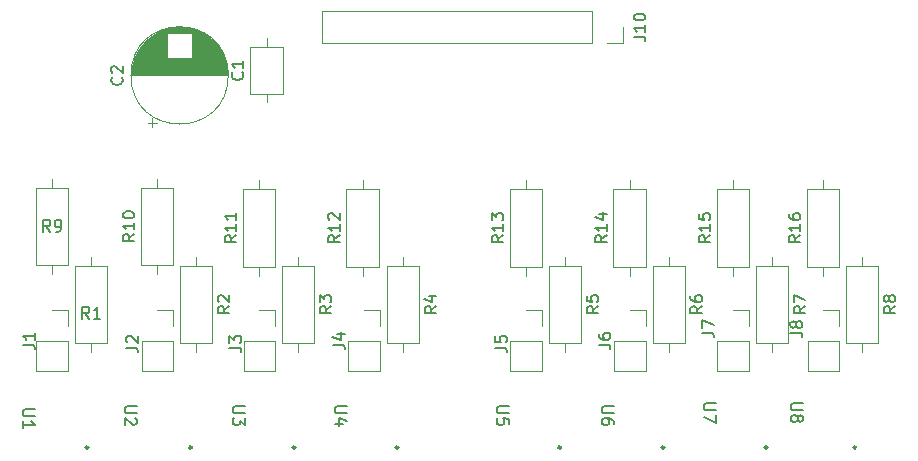
<source format=gbr>
%TF.GenerationSoftware,KiCad,Pcbnew,6.0.7-f9a2dced07~116~ubuntu20.04.1*%
%TF.CreationDate,2022-07-29T11:58:25-04:00*%
%TF.ProjectId,sensor_gnuiiium,73656e73-6f72-45f6-976e-75696969756d,rev?*%
%TF.SameCoordinates,Original*%
%TF.FileFunction,Legend,Top*%
%TF.FilePolarity,Positive*%
%FSLAX46Y46*%
G04 Gerber Fmt 4.6, Leading zero omitted, Abs format (unit mm)*
G04 Created by KiCad (PCBNEW 6.0.7-f9a2dced07~116~ubuntu20.04.1) date 2022-07-29 11:58:25*
%MOMM*%
%LPD*%
G01*
G04 APERTURE LIST*
%ADD10C,0.150000*%
%ADD11C,0.120000*%
%ADD12C,0.218750*%
G04 APERTURE END LIST*
D10*
%TO.C,R3*%
X168684380Y-106846666D02*
X168208190Y-107180000D01*
X168684380Y-107418095D02*
X167684380Y-107418095D01*
X167684380Y-107037142D01*
X167732000Y-106941904D01*
X167779619Y-106894285D01*
X167874857Y-106846666D01*
X168017714Y-106846666D01*
X168112952Y-106894285D01*
X168160571Y-106941904D01*
X168208190Y-107037142D01*
X168208190Y-107418095D01*
X167684380Y-106513333D02*
X167684380Y-105894285D01*
X168065333Y-106227619D01*
X168065333Y-106084761D01*
X168112952Y-105989523D01*
X168160571Y-105941904D01*
X168255809Y-105894285D01*
X168493904Y-105894285D01*
X168589142Y-105941904D01*
X168636761Y-105989523D01*
X168684380Y-106084761D01*
X168684380Y-106370476D01*
X168636761Y-106465714D01*
X168589142Y-106513333D01*
%TO.C,R10*%
X152006380Y-100718857D02*
X151530190Y-101052190D01*
X152006380Y-101290285D02*
X151006380Y-101290285D01*
X151006380Y-100909333D01*
X151054000Y-100814095D01*
X151101619Y-100766476D01*
X151196857Y-100718857D01*
X151339714Y-100718857D01*
X151434952Y-100766476D01*
X151482571Y-100814095D01*
X151530190Y-100909333D01*
X151530190Y-101290285D01*
X152006380Y-99766476D02*
X152006380Y-100337904D01*
X152006380Y-100052190D02*
X151006380Y-100052190D01*
X151149238Y-100147428D01*
X151244476Y-100242666D01*
X151292095Y-100337904D01*
X151006380Y-99147428D02*
X151006380Y-99052190D01*
X151054000Y-98956952D01*
X151101619Y-98909333D01*
X151196857Y-98861714D01*
X151387333Y-98814095D01*
X151625428Y-98814095D01*
X151815904Y-98861714D01*
X151911142Y-98909333D01*
X151958761Y-98956952D01*
X152006380Y-99052190D01*
X152006380Y-99147428D01*
X151958761Y-99242666D01*
X151911142Y-99290285D01*
X151815904Y-99337904D01*
X151625428Y-99385523D01*
X151387333Y-99385523D01*
X151196857Y-99337904D01*
X151101619Y-99290285D01*
X151054000Y-99242666D01*
X151006380Y-99147428D01*
%TO.C,C1*%
X161132142Y-87034666D02*
X161179761Y-87082285D01*
X161227380Y-87225142D01*
X161227380Y-87320380D01*
X161179761Y-87463238D01*
X161084523Y-87558476D01*
X160989285Y-87606095D01*
X160798809Y-87653714D01*
X160655952Y-87653714D01*
X160465476Y-87606095D01*
X160370238Y-87558476D01*
X160275000Y-87463238D01*
X160227380Y-87320380D01*
X160227380Y-87225142D01*
X160275000Y-87082285D01*
X160322619Y-87034666D01*
X161227380Y-86082285D02*
X161227380Y-86653714D01*
X161227380Y-86368000D02*
X160227380Y-86368000D01*
X160370238Y-86463238D01*
X160465476Y-86558476D01*
X160513095Y-86653714D01*
%TO.C,U8*%
X208573619Y-115062095D02*
X207764095Y-115062095D01*
X207668857Y-115109714D01*
X207621238Y-115157333D01*
X207573619Y-115252571D01*
X207573619Y-115443047D01*
X207621238Y-115538285D01*
X207668857Y-115585904D01*
X207764095Y-115633523D01*
X208573619Y-115633523D01*
X208145047Y-116252571D02*
X208192666Y-116157333D01*
X208240285Y-116109714D01*
X208335523Y-116062095D01*
X208383142Y-116062095D01*
X208478380Y-116109714D01*
X208526000Y-116157333D01*
X208573619Y-116252571D01*
X208573619Y-116443047D01*
X208526000Y-116538285D01*
X208478380Y-116585904D01*
X208383142Y-116633523D01*
X208335523Y-116633523D01*
X208240285Y-116585904D01*
X208192666Y-116538285D01*
X208145047Y-116443047D01*
X208145047Y-116252571D01*
X208097428Y-116157333D01*
X208049809Y-116109714D01*
X207954571Y-116062095D01*
X207764095Y-116062095D01*
X207668857Y-116109714D01*
X207621238Y-116157333D01*
X207573619Y-116252571D01*
X207573619Y-116443047D01*
X207621238Y-116538285D01*
X207668857Y-116585904D01*
X207764095Y-116633523D01*
X207954571Y-116633523D01*
X208049809Y-116585904D01*
X208097428Y-116538285D01*
X208145047Y-116443047D01*
%TO.C,U6*%
X192571619Y-115316095D02*
X191762095Y-115316095D01*
X191666857Y-115363714D01*
X191619238Y-115411333D01*
X191571619Y-115506571D01*
X191571619Y-115697047D01*
X191619238Y-115792285D01*
X191666857Y-115839904D01*
X191762095Y-115887523D01*
X192571619Y-115887523D01*
X192571619Y-116792285D02*
X192571619Y-116601809D01*
X192524000Y-116506571D01*
X192476380Y-116458952D01*
X192333523Y-116363714D01*
X192143047Y-116316095D01*
X191762095Y-116316095D01*
X191666857Y-116363714D01*
X191619238Y-116411333D01*
X191571619Y-116506571D01*
X191571619Y-116697047D01*
X191619238Y-116792285D01*
X191666857Y-116839904D01*
X191762095Y-116887523D01*
X192000190Y-116887523D01*
X192095428Y-116839904D01*
X192143047Y-116792285D01*
X192190666Y-116697047D01*
X192190666Y-116506571D01*
X192143047Y-116411333D01*
X192095428Y-116363714D01*
X192000190Y-116316095D01*
%TO.C,J5*%
X182551780Y-110333333D02*
X183266066Y-110333333D01*
X183408923Y-110380952D01*
X183504161Y-110476190D01*
X183551780Y-110619047D01*
X183551780Y-110714285D01*
X182551780Y-109380952D02*
X182551780Y-109857142D01*
X183027971Y-109904761D01*
X182980352Y-109857142D01*
X182932733Y-109761904D01*
X182932733Y-109523809D01*
X182980352Y-109428571D01*
X183027971Y-109380952D01*
X183123209Y-109333333D01*
X183361304Y-109333333D01*
X183456542Y-109380952D01*
X183504161Y-109428571D01*
X183551780Y-109523809D01*
X183551780Y-109761904D01*
X183504161Y-109857142D01*
X183456542Y-109904761D01*
%TO.C,R4*%
X177574380Y-106846666D02*
X177098190Y-107180000D01*
X177574380Y-107418095D02*
X176574380Y-107418095D01*
X176574380Y-107037142D01*
X176622000Y-106941904D01*
X176669619Y-106894285D01*
X176764857Y-106846666D01*
X176907714Y-106846666D01*
X177002952Y-106894285D01*
X177050571Y-106941904D01*
X177098190Y-107037142D01*
X177098190Y-107418095D01*
X176907714Y-105989523D02*
X177574380Y-105989523D01*
X176526761Y-106227619D02*
X177241047Y-106465714D01*
X177241047Y-105846666D01*
%TO.C,R1*%
X148169333Y-107894380D02*
X147836000Y-107418190D01*
X147597904Y-107894380D02*
X147597904Y-106894380D01*
X147978857Y-106894380D01*
X148074095Y-106942000D01*
X148121714Y-106989619D01*
X148169333Y-107084857D01*
X148169333Y-107227714D01*
X148121714Y-107322952D01*
X148074095Y-107370571D01*
X147978857Y-107418190D01*
X147597904Y-107418190D01*
X149121714Y-107894380D02*
X148550285Y-107894380D01*
X148836000Y-107894380D02*
X148836000Y-106894380D01*
X148740761Y-107037238D01*
X148645523Y-107132476D01*
X148550285Y-107180095D01*
%TO.C,U7*%
X201207619Y-115062095D02*
X200398095Y-115062095D01*
X200302857Y-115109714D01*
X200255238Y-115157333D01*
X200207619Y-115252571D01*
X200207619Y-115443047D01*
X200255238Y-115538285D01*
X200302857Y-115585904D01*
X200398095Y-115633523D01*
X201207619Y-115633523D01*
X201207619Y-116014476D02*
X201207619Y-116681142D01*
X200207619Y-116252571D01*
%TO.C,U2*%
X152185619Y-115316095D02*
X151376095Y-115316095D01*
X151280857Y-115363714D01*
X151233238Y-115411333D01*
X151185619Y-115506571D01*
X151185619Y-115697047D01*
X151233238Y-115792285D01*
X151280857Y-115839904D01*
X151376095Y-115887523D01*
X152185619Y-115887523D01*
X152090380Y-116316095D02*
X152138000Y-116363714D01*
X152185619Y-116458952D01*
X152185619Y-116697047D01*
X152138000Y-116792285D01*
X152090380Y-116839904D01*
X151995142Y-116887523D01*
X151899904Y-116887523D01*
X151757047Y-116839904D01*
X151185619Y-116268476D01*
X151185619Y-116887523D01*
%TO.C,J4*%
X168801780Y-110081333D02*
X169516066Y-110081333D01*
X169658923Y-110128952D01*
X169754161Y-110224190D01*
X169801780Y-110367047D01*
X169801780Y-110462285D01*
X169135114Y-109176571D02*
X169801780Y-109176571D01*
X168754161Y-109414666D02*
X169468447Y-109652761D01*
X169468447Y-109033714D01*
%TO.C,J1*%
X142551780Y-110081333D02*
X143266066Y-110081333D01*
X143408923Y-110128952D01*
X143504161Y-110224190D01*
X143551780Y-110367047D01*
X143551780Y-110462285D01*
X143551780Y-109081333D02*
X143551780Y-109652761D01*
X143551780Y-109367047D02*
X142551780Y-109367047D01*
X142694638Y-109462285D01*
X142789876Y-109557523D01*
X142837495Y-109652761D01*
%TO.C,R11*%
X160642380Y-100845857D02*
X160166190Y-101179190D01*
X160642380Y-101417285D02*
X159642380Y-101417285D01*
X159642380Y-101036333D01*
X159690000Y-100941095D01*
X159737619Y-100893476D01*
X159832857Y-100845857D01*
X159975714Y-100845857D01*
X160070952Y-100893476D01*
X160118571Y-100941095D01*
X160166190Y-101036333D01*
X160166190Y-101417285D01*
X160642380Y-99893476D02*
X160642380Y-100464904D01*
X160642380Y-100179190D02*
X159642380Y-100179190D01*
X159785238Y-100274428D01*
X159880476Y-100369666D01*
X159928095Y-100464904D01*
X160642380Y-98941095D02*
X160642380Y-99512523D01*
X160642380Y-99226809D02*
X159642380Y-99226809D01*
X159785238Y-99322047D01*
X159880476Y-99417285D01*
X159928095Y-99512523D01*
%TO.C,R12*%
X169405380Y-100845857D02*
X168929190Y-101179190D01*
X169405380Y-101417285D02*
X168405380Y-101417285D01*
X168405380Y-101036333D01*
X168453000Y-100941095D01*
X168500619Y-100893476D01*
X168595857Y-100845857D01*
X168738714Y-100845857D01*
X168833952Y-100893476D01*
X168881571Y-100941095D01*
X168929190Y-101036333D01*
X168929190Y-101417285D01*
X169405380Y-99893476D02*
X169405380Y-100464904D01*
X169405380Y-100179190D02*
X168405380Y-100179190D01*
X168548238Y-100274428D01*
X168643476Y-100369666D01*
X168691095Y-100464904D01*
X168500619Y-99512523D02*
X168453000Y-99464904D01*
X168405380Y-99369666D01*
X168405380Y-99131571D01*
X168453000Y-99036333D01*
X168500619Y-98988714D01*
X168595857Y-98941095D01*
X168691095Y-98941095D01*
X168833952Y-98988714D01*
X169405380Y-99560142D01*
X169405380Y-98941095D01*
%TO.C,J10*%
X194271780Y-84019923D02*
X194986066Y-84019923D01*
X195128923Y-84067542D01*
X195224161Y-84162780D01*
X195271780Y-84305638D01*
X195271780Y-84400876D01*
X195271780Y-83019923D02*
X195271780Y-83591352D01*
X195271780Y-83305638D02*
X194271780Y-83305638D01*
X194414638Y-83400876D01*
X194509876Y-83496114D01*
X194557495Y-83591352D01*
X194271780Y-82400876D02*
X194271780Y-82305638D01*
X194319400Y-82210400D01*
X194367019Y-82162780D01*
X194462257Y-82115161D01*
X194652733Y-82067542D01*
X194890828Y-82067542D01*
X195081304Y-82115161D01*
X195176542Y-82162780D01*
X195224161Y-82210400D01*
X195271780Y-82305638D01*
X195271780Y-82400876D01*
X195224161Y-82496114D01*
X195176542Y-82543733D01*
X195081304Y-82591352D01*
X194890828Y-82638971D01*
X194652733Y-82638971D01*
X194462257Y-82591352D01*
X194367019Y-82543733D01*
X194319400Y-82496114D01*
X194271780Y-82400876D01*
%TO.C,C2*%
X150936142Y-87455666D02*
X150983761Y-87503285D01*
X151031380Y-87646142D01*
X151031380Y-87741380D01*
X150983761Y-87884238D01*
X150888523Y-87979476D01*
X150793285Y-88027095D01*
X150602809Y-88074714D01*
X150459952Y-88074714D01*
X150269476Y-88027095D01*
X150174238Y-87979476D01*
X150079000Y-87884238D01*
X150031380Y-87741380D01*
X150031380Y-87646142D01*
X150079000Y-87503285D01*
X150126619Y-87455666D01*
X150126619Y-87074714D02*
X150079000Y-87027095D01*
X150031380Y-86931857D01*
X150031380Y-86693761D01*
X150079000Y-86598523D01*
X150126619Y-86550904D01*
X150221857Y-86503285D01*
X150317095Y-86503285D01*
X150459952Y-86550904D01*
X151031380Y-87122333D01*
X151031380Y-86503285D01*
%TO.C,R2*%
X160048380Y-106846666D02*
X159572190Y-107180000D01*
X160048380Y-107418095D02*
X159048380Y-107418095D01*
X159048380Y-107037142D01*
X159096000Y-106941904D01*
X159143619Y-106894285D01*
X159238857Y-106846666D01*
X159381714Y-106846666D01*
X159476952Y-106894285D01*
X159524571Y-106941904D01*
X159572190Y-107037142D01*
X159572190Y-107418095D01*
X159143619Y-106465714D02*
X159096000Y-106418095D01*
X159048380Y-106322857D01*
X159048380Y-106084761D01*
X159096000Y-105989523D01*
X159143619Y-105941904D01*
X159238857Y-105894285D01*
X159334095Y-105894285D01*
X159476952Y-105941904D01*
X160048380Y-106513333D01*
X160048380Y-105894285D01*
%TO.C,R7*%
X208816380Y-106846666D02*
X208340190Y-107180000D01*
X208816380Y-107418095D02*
X207816380Y-107418095D01*
X207816380Y-107037142D01*
X207864000Y-106941904D01*
X207911619Y-106894285D01*
X208006857Y-106846666D01*
X208149714Y-106846666D01*
X208244952Y-106894285D01*
X208292571Y-106941904D01*
X208340190Y-107037142D01*
X208340190Y-107418095D01*
X207816380Y-106513333D02*
X207816380Y-105846666D01*
X208816380Y-106275238D01*
%TO.C,R16*%
X208394380Y-100845857D02*
X207918190Y-101179190D01*
X208394380Y-101417285D02*
X207394380Y-101417285D01*
X207394380Y-101036333D01*
X207442000Y-100941095D01*
X207489619Y-100893476D01*
X207584857Y-100845857D01*
X207727714Y-100845857D01*
X207822952Y-100893476D01*
X207870571Y-100941095D01*
X207918190Y-101036333D01*
X207918190Y-101417285D01*
X208394380Y-99893476D02*
X208394380Y-100464904D01*
X208394380Y-100179190D02*
X207394380Y-100179190D01*
X207537238Y-100274428D01*
X207632476Y-100369666D01*
X207680095Y-100464904D01*
X207394380Y-99036333D02*
X207394380Y-99226809D01*
X207442000Y-99322047D01*
X207489619Y-99369666D01*
X207632476Y-99464904D01*
X207822952Y-99512523D01*
X208203904Y-99512523D01*
X208299142Y-99464904D01*
X208346761Y-99417285D01*
X208394380Y-99322047D01*
X208394380Y-99131571D01*
X208346761Y-99036333D01*
X208299142Y-98988714D01*
X208203904Y-98941095D01*
X207965809Y-98941095D01*
X207870571Y-98988714D01*
X207822952Y-99036333D01*
X207775333Y-99131571D01*
X207775333Y-99322047D01*
X207822952Y-99417285D01*
X207870571Y-99464904D01*
X207965809Y-99512523D01*
%TO.C,R6*%
X200078380Y-106846666D02*
X199602190Y-107180000D01*
X200078380Y-107418095D02*
X199078380Y-107418095D01*
X199078380Y-107037142D01*
X199126000Y-106941904D01*
X199173619Y-106894285D01*
X199268857Y-106846666D01*
X199411714Y-106846666D01*
X199506952Y-106894285D01*
X199554571Y-106941904D01*
X199602190Y-107037142D01*
X199602190Y-107418095D01*
X199078380Y-105989523D02*
X199078380Y-106180000D01*
X199126000Y-106275238D01*
X199173619Y-106322857D01*
X199316476Y-106418095D01*
X199506952Y-106465714D01*
X199887904Y-106465714D01*
X199983142Y-106418095D01*
X200030761Y-106370476D01*
X200078380Y-106275238D01*
X200078380Y-106084761D01*
X200030761Y-105989523D01*
X199983142Y-105941904D01*
X199887904Y-105894285D01*
X199649809Y-105894285D01*
X199554571Y-105941904D01*
X199506952Y-105989523D01*
X199459333Y-106084761D01*
X199459333Y-106275238D01*
X199506952Y-106370476D01*
X199554571Y-106418095D01*
X199649809Y-106465714D01*
%TO.C,J7*%
X200051780Y-109083333D02*
X200766066Y-109083333D01*
X200908923Y-109130952D01*
X201004161Y-109226190D01*
X201051780Y-109369047D01*
X201051780Y-109464285D01*
X200051780Y-108702380D02*
X200051780Y-108035714D01*
X201051780Y-108464285D01*
%TO.C,R14*%
X192011380Y-100845857D02*
X191535190Y-101179190D01*
X192011380Y-101417285D02*
X191011380Y-101417285D01*
X191011380Y-101036333D01*
X191059000Y-100941095D01*
X191106619Y-100893476D01*
X191201857Y-100845857D01*
X191344714Y-100845857D01*
X191439952Y-100893476D01*
X191487571Y-100941095D01*
X191535190Y-101036333D01*
X191535190Y-101417285D01*
X192011380Y-99893476D02*
X192011380Y-100464904D01*
X192011380Y-100179190D02*
X191011380Y-100179190D01*
X191154238Y-100274428D01*
X191249476Y-100369666D01*
X191297095Y-100464904D01*
X191344714Y-99036333D02*
X192011380Y-99036333D01*
X190963761Y-99274428D02*
X191678047Y-99512523D01*
X191678047Y-98893476D01*
%TO.C,U1*%
X143549619Y-115570095D02*
X142740095Y-115570095D01*
X142644857Y-115617714D01*
X142597238Y-115665333D01*
X142549619Y-115760571D01*
X142549619Y-115951047D01*
X142597238Y-116046285D01*
X142644857Y-116093904D01*
X142740095Y-116141523D01*
X143549619Y-116141523D01*
X142549619Y-117141523D02*
X142549619Y-116570095D01*
X142549619Y-116855809D02*
X143549619Y-116855809D01*
X143406761Y-116760571D01*
X143311523Y-116665333D01*
X143263904Y-116570095D01*
%TO.C,R5*%
X191290380Y-106846666D02*
X190814190Y-107180000D01*
X191290380Y-107418095D02*
X190290380Y-107418095D01*
X190290380Y-107037142D01*
X190338000Y-106941904D01*
X190385619Y-106894285D01*
X190480857Y-106846666D01*
X190623714Y-106846666D01*
X190718952Y-106894285D01*
X190766571Y-106941904D01*
X190814190Y-107037142D01*
X190814190Y-107418095D01*
X190290380Y-105941904D02*
X190290380Y-106418095D01*
X190766571Y-106465714D01*
X190718952Y-106418095D01*
X190671333Y-106322857D01*
X190671333Y-106084761D01*
X190718952Y-105989523D01*
X190766571Y-105941904D01*
X190861809Y-105894285D01*
X191099904Y-105894285D01*
X191195142Y-105941904D01*
X191242761Y-105989523D01*
X191290380Y-106084761D01*
X191290380Y-106322857D01*
X191242761Y-106418095D01*
X191195142Y-106465714D01*
%TO.C,U5*%
X183681619Y-115316095D02*
X182872095Y-115316095D01*
X182776857Y-115363714D01*
X182729238Y-115411333D01*
X182681619Y-115506571D01*
X182681619Y-115697047D01*
X182729238Y-115792285D01*
X182776857Y-115839904D01*
X182872095Y-115887523D01*
X183681619Y-115887523D01*
X183681619Y-116839904D02*
X183681619Y-116363714D01*
X183205428Y-116316095D01*
X183253047Y-116363714D01*
X183300666Y-116458952D01*
X183300666Y-116697047D01*
X183253047Y-116792285D01*
X183205428Y-116839904D01*
X183110190Y-116887523D01*
X182872095Y-116887523D01*
X182776857Y-116839904D01*
X182729238Y-116792285D01*
X182681619Y-116697047D01*
X182681619Y-116458952D01*
X182729238Y-116363714D01*
X182776857Y-116316095D01*
%TO.C,R15*%
X200774380Y-100845857D02*
X200298190Y-101179190D01*
X200774380Y-101417285D02*
X199774380Y-101417285D01*
X199774380Y-101036333D01*
X199822000Y-100941095D01*
X199869619Y-100893476D01*
X199964857Y-100845857D01*
X200107714Y-100845857D01*
X200202952Y-100893476D01*
X200250571Y-100941095D01*
X200298190Y-101036333D01*
X200298190Y-101417285D01*
X200774380Y-99893476D02*
X200774380Y-100464904D01*
X200774380Y-100179190D02*
X199774380Y-100179190D01*
X199917238Y-100274428D01*
X200012476Y-100369666D01*
X200060095Y-100464904D01*
X199774380Y-98988714D02*
X199774380Y-99464904D01*
X200250571Y-99512523D01*
X200202952Y-99464904D01*
X200155333Y-99369666D01*
X200155333Y-99131571D01*
X200202952Y-99036333D01*
X200250571Y-98988714D01*
X200345809Y-98941095D01*
X200583904Y-98941095D01*
X200679142Y-98988714D01*
X200726761Y-99036333D01*
X200774380Y-99131571D01*
X200774380Y-99369666D01*
X200726761Y-99464904D01*
X200679142Y-99512523D01*
%TO.C,U3*%
X161329619Y-115316095D02*
X160520095Y-115316095D01*
X160424857Y-115363714D01*
X160377238Y-115411333D01*
X160329619Y-115506571D01*
X160329619Y-115697047D01*
X160377238Y-115792285D01*
X160424857Y-115839904D01*
X160520095Y-115887523D01*
X161329619Y-115887523D01*
X161329619Y-116268476D02*
X161329619Y-116887523D01*
X160948666Y-116554190D01*
X160948666Y-116697047D01*
X160901047Y-116792285D01*
X160853428Y-116839904D01*
X160758190Y-116887523D01*
X160520095Y-116887523D01*
X160424857Y-116839904D01*
X160377238Y-116792285D01*
X160329619Y-116697047D01*
X160329619Y-116411333D01*
X160377238Y-116316095D01*
X160424857Y-116268476D01*
%TO.C,J8*%
X207551780Y-109083333D02*
X208266066Y-109083333D01*
X208408923Y-109130952D01*
X208504161Y-109226190D01*
X208551780Y-109369047D01*
X208551780Y-109464285D01*
X207980352Y-108464285D02*
X207932733Y-108559523D01*
X207885114Y-108607142D01*
X207789876Y-108654761D01*
X207742257Y-108654761D01*
X207647019Y-108607142D01*
X207599400Y-108559523D01*
X207551780Y-108464285D01*
X207551780Y-108273809D01*
X207599400Y-108178571D01*
X207647019Y-108130952D01*
X207742257Y-108083333D01*
X207789876Y-108083333D01*
X207885114Y-108130952D01*
X207932733Y-108178571D01*
X207980352Y-108273809D01*
X207980352Y-108464285D01*
X208027971Y-108559523D01*
X208075590Y-108607142D01*
X208170828Y-108654761D01*
X208361304Y-108654761D01*
X208456542Y-108607142D01*
X208504161Y-108559523D01*
X208551780Y-108464285D01*
X208551780Y-108273809D01*
X208504161Y-108178571D01*
X208456542Y-108130952D01*
X208361304Y-108083333D01*
X208170828Y-108083333D01*
X208075590Y-108130952D01*
X208027971Y-108178571D01*
X207980352Y-108273809D01*
%TO.C,U4*%
X169965619Y-115316095D02*
X169156095Y-115316095D01*
X169060857Y-115363714D01*
X169013238Y-115411333D01*
X168965619Y-115506571D01*
X168965619Y-115697047D01*
X169013238Y-115792285D01*
X169060857Y-115839904D01*
X169156095Y-115887523D01*
X169965619Y-115887523D01*
X169632285Y-116792285D02*
X168965619Y-116792285D01*
X170013238Y-116554190D02*
X169298952Y-116316095D01*
X169298952Y-116935142D01*
%TO.C,J6*%
X191301780Y-110081333D02*
X192016066Y-110081333D01*
X192158923Y-110128952D01*
X192254161Y-110224190D01*
X192301780Y-110367047D01*
X192301780Y-110462285D01*
X191301780Y-109176571D02*
X191301780Y-109367047D01*
X191349400Y-109462285D01*
X191397019Y-109509904D01*
X191539876Y-109605142D01*
X191730352Y-109652761D01*
X192111304Y-109652761D01*
X192206542Y-109605142D01*
X192254161Y-109557523D01*
X192301780Y-109462285D01*
X192301780Y-109271809D01*
X192254161Y-109176571D01*
X192206542Y-109128952D01*
X192111304Y-109081333D01*
X191873209Y-109081333D01*
X191777971Y-109128952D01*
X191730352Y-109176571D01*
X191682733Y-109271809D01*
X191682733Y-109462285D01*
X191730352Y-109557523D01*
X191777971Y-109605142D01*
X191873209Y-109652761D01*
%TO.C,R13*%
X183248380Y-100845857D02*
X182772190Y-101179190D01*
X183248380Y-101417285D02*
X182248380Y-101417285D01*
X182248380Y-101036333D01*
X182296000Y-100941095D01*
X182343619Y-100893476D01*
X182438857Y-100845857D01*
X182581714Y-100845857D01*
X182676952Y-100893476D01*
X182724571Y-100941095D01*
X182772190Y-101036333D01*
X182772190Y-101417285D01*
X183248380Y-99893476D02*
X183248380Y-100464904D01*
X183248380Y-100179190D02*
X182248380Y-100179190D01*
X182391238Y-100274428D01*
X182486476Y-100369666D01*
X182534095Y-100464904D01*
X182248380Y-99560142D02*
X182248380Y-98941095D01*
X182629333Y-99274428D01*
X182629333Y-99131571D01*
X182676952Y-99036333D01*
X182724571Y-98988714D01*
X182819809Y-98941095D01*
X183057904Y-98941095D01*
X183153142Y-98988714D01*
X183200761Y-99036333D01*
X183248380Y-99131571D01*
X183248380Y-99417285D01*
X183200761Y-99512523D01*
X183153142Y-99560142D01*
%TO.C,J2*%
X151301780Y-110333333D02*
X152016066Y-110333333D01*
X152158923Y-110380952D01*
X152254161Y-110476190D01*
X152301780Y-110619047D01*
X152301780Y-110714285D01*
X151397019Y-109904761D02*
X151349400Y-109857142D01*
X151301780Y-109761904D01*
X151301780Y-109523809D01*
X151349400Y-109428571D01*
X151397019Y-109380952D01*
X151492257Y-109333333D01*
X151587495Y-109333333D01*
X151730352Y-109380952D01*
X152301780Y-109952380D01*
X152301780Y-109333333D01*
%TO.C,J3*%
X160051780Y-110333333D02*
X160766066Y-110333333D01*
X160908923Y-110380952D01*
X161004161Y-110476190D01*
X161051780Y-110619047D01*
X161051780Y-110714285D01*
X160051780Y-109952380D02*
X160051780Y-109333333D01*
X160432733Y-109666666D01*
X160432733Y-109523809D01*
X160480352Y-109428571D01*
X160527971Y-109380952D01*
X160623209Y-109333333D01*
X160861304Y-109333333D01*
X160956542Y-109380952D01*
X161004161Y-109428571D01*
X161051780Y-109523809D01*
X161051780Y-109809523D01*
X161004161Y-109904761D01*
X160956542Y-109952380D01*
%TO.C,R8*%
X216436380Y-106846666D02*
X215960190Y-107180000D01*
X216436380Y-107418095D02*
X215436380Y-107418095D01*
X215436380Y-107037142D01*
X215484000Y-106941904D01*
X215531619Y-106894285D01*
X215626857Y-106846666D01*
X215769714Y-106846666D01*
X215864952Y-106894285D01*
X215912571Y-106941904D01*
X215960190Y-107037142D01*
X215960190Y-107418095D01*
X215864952Y-106275238D02*
X215817333Y-106370476D01*
X215769714Y-106418095D01*
X215674476Y-106465714D01*
X215626857Y-106465714D01*
X215531619Y-106418095D01*
X215484000Y-106370476D01*
X215436380Y-106275238D01*
X215436380Y-106084761D01*
X215484000Y-105989523D01*
X215531619Y-105941904D01*
X215626857Y-105894285D01*
X215674476Y-105894285D01*
X215769714Y-105941904D01*
X215817333Y-105989523D01*
X215864952Y-106084761D01*
X215864952Y-106275238D01*
X215912571Y-106370476D01*
X215960190Y-106418095D01*
X216055428Y-106465714D01*
X216245904Y-106465714D01*
X216341142Y-106418095D01*
X216388761Y-106370476D01*
X216436380Y-106275238D01*
X216436380Y-106084761D01*
X216388761Y-105989523D01*
X216341142Y-105941904D01*
X216245904Y-105894285D01*
X216055428Y-105894285D01*
X215960190Y-105941904D01*
X215912571Y-105989523D01*
X215864952Y-106084761D01*
%TO.C,R9*%
X144867333Y-100528380D02*
X144534000Y-100052190D01*
X144295904Y-100528380D02*
X144295904Y-99528380D01*
X144676857Y-99528380D01*
X144772095Y-99576000D01*
X144819714Y-99623619D01*
X144867333Y-99718857D01*
X144867333Y-99861714D01*
X144819714Y-99956952D01*
X144772095Y-100004571D01*
X144676857Y-100052190D01*
X144295904Y-100052190D01*
X145343523Y-100528380D02*
X145534000Y-100528380D01*
X145629238Y-100480761D01*
X145676857Y-100433142D01*
X145772095Y-100290285D01*
X145819714Y-100099809D01*
X145819714Y-99718857D01*
X145772095Y-99623619D01*
X145724476Y-99576000D01*
X145629238Y-99528380D01*
X145438761Y-99528380D01*
X145343523Y-99576000D01*
X145295904Y-99623619D01*
X145248285Y-99718857D01*
X145248285Y-99956952D01*
X145295904Y-100052190D01*
X145343523Y-100099809D01*
X145438761Y-100147428D01*
X145629238Y-100147428D01*
X145724476Y-100099809D01*
X145772095Y-100052190D01*
X145819714Y-99956952D01*
D11*
%TO.C,R3*%
X165862000Y-110720000D02*
X165862000Y-109950000D01*
X164492000Y-109950000D02*
X167232000Y-109950000D01*
X164492000Y-103410000D02*
X164492000Y-109950000D01*
X167232000Y-109950000D02*
X167232000Y-103410000D01*
X167232000Y-103410000D02*
X164492000Y-103410000D01*
X165862000Y-102640000D02*
X165862000Y-103410000D01*
%TO.C,R10*%
X152554000Y-96806000D02*
X152554000Y-103346000D01*
X153924000Y-96036000D02*
X153924000Y-96806000D01*
X152554000Y-103346000D02*
X155294000Y-103346000D01*
X153924000Y-104116000D02*
X153924000Y-103346000D01*
X155294000Y-103346000D02*
X155294000Y-96806000D01*
X155294000Y-96806000D02*
X152554000Y-96806000D01*
%TO.C,C1*%
X164615000Y-84848000D02*
X161775000Y-84848000D01*
X163195000Y-84158000D02*
X163195000Y-84848000D01*
X161775000Y-84848000D02*
X161775000Y-88888000D01*
X161775000Y-88888000D02*
X164615000Y-88888000D01*
X163195000Y-89578000D02*
X163195000Y-88888000D01*
X164615000Y-88888000D02*
X164615000Y-84848000D01*
%TO.C,U8*%
D12*
X213105625Y-118770000D02*
G75*
G03*
X213105625Y-118770000I-109375J0D01*
G01*
%TO.C,U6*%
X196855625Y-118790000D02*
G75*
G03*
X196855625Y-118790000I-109375J0D01*
G01*
D11*
%TO.C,J5*%
X183836000Y-109748000D02*
X183836000Y-112348000D01*
X186496000Y-107148000D02*
X186496000Y-108478000D01*
X186496000Y-109748000D02*
X186496000Y-112348000D01*
X183836000Y-109748000D02*
X186496000Y-109748000D01*
X183836000Y-112348000D02*
X186496000Y-112348000D01*
X185166000Y-107148000D02*
X186496000Y-107148000D01*
%TO.C,R4*%
X173382000Y-103410000D02*
X173382000Y-109950000D01*
X174752000Y-110720000D02*
X174752000Y-109950000D01*
X173382000Y-109950000D02*
X176122000Y-109950000D01*
X176122000Y-109950000D02*
X176122000Y-103410000D01*
X176122000Y-103410000D02*
X173382000Y-103410000D01*
X174752000Y-102640000D02*
X174752000Y-103410000D01*
%TO.C,R1*%
X148336000Y-102640000D02*
X148336000Y-103410000D01*
X146966000Y-103410000D02*
X146966000Y-109950000D01*
X149706000Y-103410000D02*
X146966000Y-103410000D01*
X149706000Y-109950000D02*
X149706000Y-103410000D01*
X148336000Y-110720000D02*
X148336000Y-109950000D01*
X146966000Y-109950000D02*
X149706000Y-109950000D01*
%TO.C,U7*%
D12*
X205605625Y-118790000D02*
G75*
G03*
X205605625Y-118790000I-109375J0D01*
G01*
%TO.C,U2*%
X156855625Y-118790000D02*
G75*
G03*
X156855625Y-118790000I-109375J0D01*
G01*
D11*
%TO.C,J4*%
X170120000Y-112348000D02*
X172780000Y-112348000D01*
X172780000Y-109748000D02*
X172780000Y-112348000D01*
X170120000Y-109748000D02*
X170120000Y-112348000D01*
X171450000Y-107148000D02*
X172780000Y-107148000D01*
X172780000Y-107148000D02*
X172780000Y-108478000D01*
X170120000Y-109748000D02*
X172780000Y-109748000D01*
%TO.C,J1*%
X143704000Y-112348000D02*
X146364000Y-112348000D01*
X143704000Y-109748000D02*
X146364000Y-109748000D01*
X143704000Y-109748000D02*
X143704000Y-112348000D01*
X146364000Y-109748000D02*
X146364000Y-112348000D01*
X146364000Y-107148000D02*
X146364000Y-108478000D01*
X145034000Y-107148000D02*
X146364000Y-107148000D01*
%TO.C,R11*%
X162560000Y-96163000D02*
X162560000Y-96933000D01*
X161190000Y-96933000D02*
X161190000Y-103473000D01*
X161190000Y-103473000D02*
X163930000Y-103473000D01*
X163930000Y-96933000D02*
X161190000Y-96933000D01*
X163930000Y-103473000D02*
X163930000Y-96933000D01*
X162560000Y-104243000D02*
X162560000Y-103473000D01*
%TO.C,R12*%
X172693000Y-103473000D02*
X172693000Y-96933000D01*
X169953000Y-103473000D02*
X172693000Y-103473000D01*
X171323000Y-96163000D02*
X171323000Y-96933000D01*
X171323000Y-104243000D02*
X171323000Y-103473000D01*
X172693000Y-96933000D02*
X169953000Y-96933000D01*
X169953000Y-96933000D02*
X169953000Y-103473000D01*
%TO.C,J10*%
X167859400Y-81880400D02*
X167859400Y-84540400D01*
X190779400Y-81880400D02*
X190779400Y-84540400D01*
X193379400Y-84540400D02*
X192049400Y-84540400D01*
X193379400Y-83210400D02*
X193379400Y-84540400D01*
X190779400Y-84540400D02*
X167859400Y-84540400D01*
X190779400Y-81880400D02*
X167859400Y-81880400D01*
%TO.C,C2*%
X154600000Y-83368000D02*
X157058000Y-83368000D01*
X152143000Y-85528000D02*
X154789000Y-85528000D01*
X153601000Y-83848000D02*
X154789000Y-83848000D01*
X155061000Y-83248000D02*
X156597000Y-83248000D01*
X153045000Y-84288000D02*
X154789000Y-84288000D01*
X151764000Y-86929000D02*
X159894000Y-86929000D01*
X152705000Y-84648000D02*
X154789000Y-84648000D01*
X152267000Y-85288000D02*
X154789000Y-85288000D01*
X152846000Y-84488000D02*
X154789000Y-84488000D01*
X156869000Y-84208000D02*
X158526000Y-84208000D01*
X153225000Y-84128000D02*
X154789000Y-84128000D01*
X153132000Y-84208000D02*
X154789000Y-84208000D01*
X151777000Y-86809000D02*
X159881000Y-86809000D01*
X152609000Y-84768000D02*
X154789000Y-84768000D01*
X151952000Y-86008000D02*
X159706000Y-86008000D01*
X151872000Y-86288000D02*
X159786000Y-86288000D01*
X156869000Y-84408000D02*
X158736000Y-84408000D01*
X156869000Y-85728000D02*
X159603000Y-85728000D01*
X152089000Y-85648000D02*
X154789000Y-85648000D01*
X153865000Y-83688000D02*
X157793000Y-83688000D01*
X152182000Y-85448000D02*
X154789000Y-85448000D01*
X152739000Y-84608000D02*
X154789000Y-84608000D01*
X151799000Y-86649000D02*
X159859000Y-86649000D01*
X156869000Y-84648000D02*
X158953000Y-84648000D01*
X151844000Y-86408000D02*
X159814000Y-86408000D01*
X153324000Y-84048000D02*
X154789000Y-84048000D01*
X152024000Y-85808000D02*
X154789000Y-85808000D01*
X151761000Y-86969000D02*
X159897000Y-86969000D01*
X156869000Y-85488000D02*
X159495000Y-85488000D01*
X156869000Y-84168000D02*
X158480000Y-84168000D01*
X156869000Y-84968000D02*
X159194000Y-84968000D01*
X156869000Y-83848000D02*
X158057000Y-83848000D01*
X153375000Y-84008000D02*
X154789000Y-84008000D01*
X152125000Y-85568000D02*
X154789000Y-85568000D01*
X152774000Y-84568000D02*
X154789000Y-84568000D01*
X156869000Y-84328000D02*
X158655000Y-84328000D01*
X151812000Y-86568000D02*
X159846000Y-86568000D01*
X151772000Y-86849000D02*
X159886000Y-86849000D01*
X156869000Y-84768000D02*
X159049000Y-84768000D01*
X152673000Y-84688000D02*
X154789000Y-84688000D01*
X156869000Y-84088000D02*
X158385000Y-84088000D01*
X156869000Y-85288000D02*
X159391000Y-85288000D01*
X156869000Y-84488000D02*
X158812000Y-84488000D01*
X152385000Y-85088000D02*
X154789000Y-85088000D01*
X152223000Y-85368000D02*
X154789000Y-85368000D01*
X156869000Y-84368000D02*
X158696000Y-84368000D01*
X153795000Y-83728000D02*
X157863000Y-83728000D01*
X156869000Y-85688000D02*
X159586000Y-85688000D01*
X156869000Y-84248000D02*
X158570000Y-84248000D01*
X152289000Y-85248000D02*
X154789000Y-85248000D01*
X151904000Y-86168000D02*
X159754000Y-86168000D01*
X151893000Y-86208000D02*
X159765000Y-86208000D01*
X151805000Y-86609000D02*
X159853000Y-86609000D01*
X151787000Y-86729000D02*
X159871000Y-86729000D01*
X156869000Y-85088000D02*
X159273000Y-85088000D01*
X152072000Y-85688000D02*
X154789000Y-85688000D01*
X156869000Y-85208000D02*
X159346000Y-85208000D01*
X151792000Y-86689000D02*
X159866000Y-86689000D01*
X156869000Y-85048000D02*
X159247000Y-85048000D01*
X152640000Y-84728000D02*
X154789000Y-84728000D01*
X156869000Y-85528000D02*
X159515000Y-85528000D01*
X152962000Y-84368000D02*
X154789000Y-84368000D01*
X152039000Y-85768000D02*
X154789000Y-85768000D01*
X152491000Y-84928000D02*
X154789000Y-84928000D01*
X151853000Y-86368000D02*
X159805000Y-86368000D01*
X153514000Y-91698698D02*
X153514000Y-90898698D01*
X153727000Y-83768000D02*
X154789000Y-83768000D01*
X153663000Y-83808000D02*
X154789000Y-83808000D01*
X152922000Y-84408000D02*
X154789000Y-84408000D01*
X155296000Y-83208000D02*
X156362000Y-83208000D01*
X156869000Y-83968000D02*
X158229000Y-83968000D01*
X156869000Y-84048000D02*
X158334000Y-84048000D01*
X153484000Y-83928000D02*
X154789000Y-83928000D01*
X156869000Y-85368000D02*
X159435000Y-85368000D01*
X152163000Y-85488000D02*
X154789000Y-85488000D01*
X156869000Y-84448000D02*
X158774000Y-84448000D01*
X153542000Y-83888000D02*
X154789000Y-83888000D01*
X153088000Y-84248000D02*
X154789000Y-84248000D01*
X156869000Y-84888000D02*
X159138000Y-84888000D01*
X152360000Y-85128000D02*
X154789000Y-85128000D01*
X151749000Y-87249000D02*
X159909000Y-87249000D01*
X151749000Y-87209000D02*
X159909000Y-87209000D01*
X152312000Y-85208000D02*
X154789000Y-85208000D01*
X154184000Y-83528000D02*
X157474000Y-83528000D01*
X152579000Y-84808000D02*
X154789000Y-84808000D01*
X156869000Y-85328000D02*
X159413000Y-85328000D01*
X154483000Y-83408000D02*
X157175000Y-83408000D01*
X156869000Y-84808000D02*
X159079000Y-84808000D01*
X151966000Y-85968000D02*
X159692000Y-85968000D01*
X153003000Y-84328000D02*
X154789000Y-84328000D01*
X152202000Y-85408000D02*
X154789000Y-85408000D01*
X152884000Y-84448000D02*
X154789000Y-84448000D01*
X152520000Y-84888000D02*
X154789000Y-84888000D01*
X152549000Y-84848000D02*
X154789000Y-84848000D01*
X156869000Y-84568000D02*
X158884000Y-84568000D01*
X156869000Y-83808000D02*
X157995000Y-83808000D01*
X152411000Y-85048000D02*
X154789000Y-85048000D01*
X153114000Y-91298698D02*
X153914000Y-91298698D01*
X156869000Y-85768000D02*
X159619000Y-85768000D01*
X151750000Y-87169000D02*
X159908000Y-87169000D01*
X154277000Y-83488000D02*
X157381000Y-83488000D01*
X154376000Y-83448000D02*
X157282000Y-83448000D01*
X151979000Y-85928000D02*
X159679000Y-85928000D01*
X154881000Y-83288000D02*
X156777000Y-83288000D01*
X156869000Y-84608000D02*
X158919000Y-84608000D01*
X151927000Y-86088000D02*
X159731000Y-86088000D01*
X156869000Y-85128000D02*
X159298000Y-85128000D01*
X151768000Y-86889000D02*
X159890000Y-86889000D01*
X151758000Y-87009000D02*
X159900000Y-87009000D01*
X156869000Y-85568000D02*
X159533000Y-85568000D01*
X156869000Y-84688000D02*
X158985000Y-84688000D01*
X151781000Y-86769000D02*
X159877000Y-86769000D01*
X156869000Y-84848000D02*
X159109000Y-84848000D01*
X151752000Y-87129000D02*
X159906000Y-87129000D01*
X151753000Y-87089000D02*
X159905000Y-87089000D01*
X152245000Y-85328000D02*
X154789000Y-85328000D01*
X153178000Y-84168000D02*
X154789000Y-84168000D01*
X156869000Y-85168000D02*
X159322000Y-85168000D01*
X151827000Y-86488000D02*
X159831000Y-86488000D01*
X156869000Y-85008000D02*
X159221000Y-85008000D01*
X151749000Y-87289000D02*
X159909000Y-87289000D01*
X156869000Y-85648000D02*
X159569000Y-85648000D01*
X152055000Y-85728000D02*
X154789000Y-85728000D01*
X152464000Y-84968000D02*
X154789000Y-84968000D01*
X156869000Y-85808000D02*
X159634000Y-85808000D01*
X151835000Y-86448000D02*
X159823000Y-86448000D01*
X152336000Y-85168000D02*
X154789000Y-85168000D01*
X156869000Y-84128000D02*
X158433000Y-84128000D01*
X156869000Y-85248000D02*
X159369000Y-85248000D01*
X156869000Y-85408000D02*
X159456000Y-85408000D01*
X156869000Y-84528000D02*
X158848000Y-84528000D01*
X153273000Y-84088000D02*
X154789000Y-84088000D01*
X152810000Y-84528000D02*
X154789000Y-84528000D01*
X152437000Y-85008000D02*
X154789000Y-85008000D01*
X154731000Y-83328000D02*
X156927000Y-83328000D01*
X151994000Y-85888000D02*
X159664000Y-85888000D01*
X156869000Y-84728000D02*
X159018000Y-84728000D01*
X154016000Y-83608000D02*
X157642000Y-83608000D01*
X152107000Y-85608000D02*
X154789000Y-85608000D01*
X156869000Y-85448000D02*
X159476000Y-85448000D01*
X151940000Y-86048000D02*
X159718000Y-86048000D01*
X151755000Y-87049000D02*
X159903000Y-87049000D01*
X151819000Y-86528000D02*
X159839000Y-86528000D01*
X153429000Y-83968000D02*
X154789000Y-83968000D01*
X154098000Y-83568000D02*
X157560000Y-83568000D01*
X156869000Y-85608000D02*
X159551000Y-85608000D01*
X153939000Y-83648000D02*
X157719000Y-83648000D01*
X151862000Y-86328000D02*
X159796000Y-86328000D01*
X151882000Y-86248000D02*
X159776000Y-86248000D01*
X156869000Y-84288000D02*
X158613000Y-84288000D01*
X151915000Y-86128000D02*
X159743000Y-86128000D01*
X156869000Y-83888000D02*
X158116000Y-83888000D01*
X156869000Y-84928000D02*
X159167000Y-84928000D01*
X156869000Y-84008000D02*
X158283000Y-84008000D01*
X156869000Y-83928000D02*
X158174000Y-83928000D01*
X152008000Y-85848000D02*
X159650000Y-85848000D01*
X156869000Y-83768000D02*
X157931000Y-83768000D01*
X159949000Y-87289000D02*
G75*
G03*
X159949000Y-87289000I-4120000J0D01*
G01*
%TO.C,R2*%
X158596000Y-109950000D02*
X158596000Y-103410000D01*
X158596000Y-103410000D02*
X155856000Y-103410000D01*
X157226000Y-110720000D02*
X157226000Y-109950000D01*
X155856000Y-103410000D02*
X155856000Y-109950000D01*
X155856000Y-109950000D02*
X158596000Y-109950000D01*
X157226000Y-102640000D02*
X157226000Y-103410000D01*
%TO.C,R7*%
X207364000Y-109950000D02*
X207364000Y-103410000D01*
X207364000Y-103410000D02*
X204624000Y-103410000D01*
X205994000Y-102640000D02*
X205994000Y-103410000D01*
X204624000Y-103410000D02*
X204624000Y-109950000D01*
X205994000Y-110720000D02*
X205994000Y-109950000D01*
X204624000Y-109950000D02*
X207364000Y-109950000D01*
%TO.C,R16*%
X211682000Y-96933000D02*
X208942000Y-96933000D01*
X211682000Y-103473000D02*
X211682000Y-96933000D01*
X208942000Y-96933000D02*
X208942000Y-103473000D01*
X208942000Y-103473000D02*
X211682000Y-103473000D01*
X210312000Y-96163000D02*
X210312000Y-96933000D01*
X210312000Y-104243000D02*
X210312000Y-103473000D01*
%TO.C,R6*%
X197256000Y-102640000D02*
X197256000Y-103410000D01*
X198626000Y-109950000D02*
X198626000Y-103410000D01*
X195886000Y-103410000D02*
X195886000Y-109950000D01*
X195886000Y-109950000D02*
X198626000Y-109950000D01*
X197256000Y-110720000D02*
X197256000Y-109950000D01*
X198626000Y-103410000D02*
X195886000Y-103410000D01*
%TO.C,J7*%
X204022000Y-107148000D02*
X204022000Y-108478000D01*
X202692000Y-107148000D02*
X204022000Y-107148000D01*
X201362000Y-109748000D02*
X204022000Y-109748000D01*
X201362000Y-109748000D02*
X201362000Y-112348000D01*
X204022000Y-109748000D02*
X204022000Y-112348000D01*
X201362000Y-112348000D02*
X204022000Y-112348000D01*
%TO.C,R14*%
X192559000Y-96933000D02*
X192559000Y-103473000D01*
X195299000Y-103473000D02*
X195299000Y-96933000D01*
X192559000Y-103473000D02*
X195299000Y-103473000D01*
X195299000Y-96933000D02*
X192559000Y-96933000D01*
X193929000Y-96163000D02*
X193929000Y-96933000D01*
X193929000Y-104243000D02*
X193929000Y-103473000D01*
%TO.C,U1*%
D12*
X148105625Y-118790000D02*
G75*
G03*
X148105625Y-118790000I-109375J0D01*
G01*
D11*
%TO.C,R5*%
X188468000Y-102640000D02*
X188468000Y-103410000D01*
X187098000Y-103410000D02*
X187098000Y-109950000D01*
X188468000Y-110720000D02*
X188468000Y-109950000D01*
X189838000Y-109950000D02*
X189838000Y-103410000D01*
X187098000Y-109950000D02*
X189838000Y-109950000D01*
X189838000Y-103410000D02*
X187098000Y-103410000D01*
%TO.C,U5*%
D12*
X188105625Y-118790000D02*
G75*
G03*
X188105625Y-118790000I-109375J0D01*
G01*
D11*
%TO.C,R15*%
X202692000Y-96163000D02*
X202692000Y-96933000D01*
X201322000Y-103473000D02*
X204062000Y-103473000D01*
X204062000Y-96933000D02*
X201322000Y-96933000D01*
X202692000Y-104243000D02*
X202692000Y-103473000D01*
X201322000Y-96933000D02*
X201322000Y-103473000D01*
X204062000Y-103473000D02*
X204062000Y-96933000D01*
%TO.C,U3*%
D12*
X165605625Y-118790000D02*
G75*
G03*
X165605625Y-118790000I-109375J0D01*
G01*
D11*
%TO.C,J8*%
X210337000Y-107148000D02*
X211667000Y-107148000D01*
X209007000Y-109748000D02*
X211667000Y-109748000D01*
X209007000Y-109748000D02*
X209007000Y-112348000D01*
X211667000Y-109748000D02*
X211667000Y-112348000D01*
X209007000Y-112348000D02*
X211667000Y-112348000D01*
X211667000Y-107148000D02*
X211667000Y-108478000D01*
%TO.C,U4*%
D12*
X174355625Y-118790000D02*
G75*
G03*
X174355625Y-118790000I-109375J0D01*
G01*
D11*
%TO.C,J6*%
X195284000Y-109748000D02*
X195284000Y-112348000D01*
X192624000Y-109748000D02*
X195284000Y-109748000D01*
X192624000Y-109748000D02*
X192624000Y-112348000D01*
X192624000Y-112348000D02*
X195284000Y-112348000D01*
X193954000Y-107148000D02*
X195284000Y-107148000D01*
X195284000Y-107148000D02*
X195284000Y-108478000D01*
%TO.C,R13*%
X186536000Y-96933000D02*
X183796000Y-96933000D01*
X185166000Y-96163000D02*
X185166000Y-96933000D01*
X183796000Y-103473000D02*
X186536000Y-103473000D01*
X185166000Y-104243000D02*
X185166000Y-103473000D01*
X183796000Y-96933000D02*
X183796000Y-103473000D01*
X186536000Y-103473000D02*
X186536000Y-96933000D01*
%TO.C,J2*%
X152619000Y-109748000D02*
X152619000Y-112348000D01*
X152619000Y-109748000D02*
X155279000Y-109748000D01*
X155279000Y-109748000D02*
X155279000Y-112348000D01*
X155279000Y-107148000D02*
X155279000Y-108478000D01*
X152619000Y-112348000D02*
X155279000Y-112348000D01*
X153949000Y-107148000D02*
X155279000Y-107148000D01*
%TO.C,J3*%
X161255000Y-109748000D02*
X163915000Y-109748000D01*
X163915000Y-107148000D02*
X163915000Y-108478000D01*
X163915000Y-109748000D02*
X163915000Y-112348000D01*
X161255000Y-112348000D02*
X163915000Y-112348000D01*
X161255000Y-109748000D02*
X161255000Y-112348000D01*
X162585000Y-107148000D02*
X163915000Y-107148000D01*
%TO.C,R8*%
X212244000Y-109950000D02*
X214984000Y-109950000D01*
X212244000Y-103410000D02*
X212244000Y-109950000D01*
X213614000Y-102640000D02*
X213614000Y-103410000D01*
X214984000Y-103410000D02*
X212244000Y-103410000D01*
X214984000Y-109950000D02*
X214984000Y-103410000D01*
X213614000Y-110720000D02*
X213614000Y-109950000D01*
%TO.C,R9*%
X145034000Y-104116000D02*
X145034000Y-103346000D01*
X145034000Y-96036000D02*
X145034000Y-96806000D01*
X143664000Y-96806000D02*
X143664000Y-103346000D01*
X143664000Y-103346000D02*
X146404000Y-103346000D01*
X146404000Y-103346000D02*
X146404000Y-96806000D01*
X146404000Y-96806000D02*
X143664000Y-96806000D01*
%TD*%
M02*

</source>
